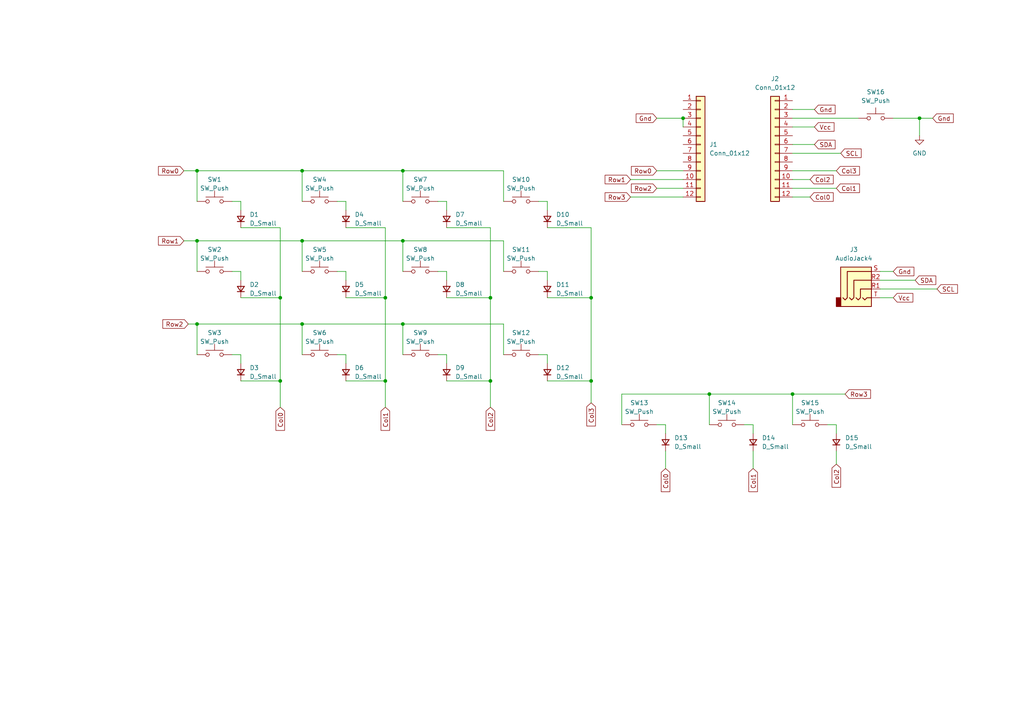
<source format=kicad_sch>
(kicad_sch (version 20211123) (generator eeschema)
  (paper "A4")
  (lib_symbols
    (symbol "Connector:AudioJack4"
      (property "Reference" "J" (at 0 8.89 0))
      (property "Value" "AudioJack4" (at 0 6.35 0))
      (symbol "AudioJack4_0_1"
        (rectangle (start -6.35 -5.08) (end -7.62 -7.62) (stroke (width 0.254)) (fill (type outline)))
        (polyline (pts (xy 0 -5.08) (xy 0.635 -5.715) (xy 1.27 -5.08) (xy 2.54 -5.08)) (stroke (width 0.254)))
        (polyline (pts (xy -5.715 -5.08) (xy -5.08 -5.715) (xy -4.445 -5.08) (xy -4.445 2.54) (xy 2.54 2.54)) (stroke (width 0.254)))
        (polyline (pts (xy -1.905 -5.08) (xy -1.27 -5.715) (xy -0.635 -5.08) (xy -0.635 -2.54) (xy 2.54 -2.54)) (stroke (width 0.254)))
        (polyline (pts (xy 2.54 0) (xy -2.54 0) (xy -2.54 -5.08) (xy -3.175 -5.715) (xy -3.81 -5.08)) (stroke (width 0.254)))
        (rectangle (start 2.54 3.81) (end -6.35 -7.62) (stroke (width 0.254)) (fill (type background)))
      )
      (symbol "AudioJack4_1_1"
        (pin passive line (at 5.08 -2.54 180) (length 2.54) (name "~") (number "R1"))
        (pin passive line (at 5.08 0 180) (length 2.54) (name "~") (number "R2"))
        (pin passive line (at 5.08 2.54 180) (length 2.54) (name "~") (number "S"))
        (pin passive line (at 5.08 -5.08 180) (length 2.54) (name "~") (number "T"))
      )
    )
    (symbol "Connector_Generic:Conn_01x12" (pin_names (offset 1.016) hide)
      (property "Reference" "J" (at 0 15.24 0))
      (property "Value" "Conn_01x12" (at 0 -17.78 0))
      (symbol "Conn_01x12_1_1"
        (rectangle (start -1.27 -15.113) (end 0 -15.367) (stroke (width 0.1524)))
        (rectangle (start -1.27 -12.573) (end 0 -12.827) (stroke (width 0.1524)))
        (rectangle (start -1.27 -10.033) (end 0 -10.287) (stroke (width 0.1524)))
        (rectangle (start -1.27 -7.493) (end 0 -7.747) (stroke (width 0.1524)))
        (rectangle (start -1.27 -4.953) (end 0 -5.207) (stroke (width 0.1524)))
        (rectangle (start -1.27 -2.413) (end 0 -2.667) (stroke (width 0.1524)))
        (rectangle (start -1.27 0.127) (end 0 -0.127) (stroke (width 0.1524)))
        (rectangle (start -1.27 2.667) (end 0 2.413) (stroke (width 0.1524)))
        (rectangle (start -1.27 5.207) (end 0 4.953) (stroke (width 0.1524)))
        (rectangle (start -1.27 7.747) (end 0 7.493) (stroke (width 0.1524)))
        (rectangle (start -1.27 10.287) (end 0 10.033) (stroke (width 0.1524)))
        (rectangle (start -1.27 12.827) (end 0 12.573) (stroke (width 0.1524)))
        (rectangle (start -1.27 13.97) (end 1.27 -16.51) (stroke (width 0.254)) (fill (type background)))
        (pin passive line (at -5.08 12.7 0) (length 3.81) (name "Pin_1") (number "1"))
        (pin passive line (at -5.08 -10.16 0) (length 3.81) (name "Pin_10") (number "10"))
        (pin passive line (at -5.08 -12.7 0) (length 3.81) (name "Pin_11") (number "11"))
        (pin passive line (at -5.08 -15.24 0) (length 3.81) (name "Pin_12") (number "12"))
        (pin passive line (at -5.08 10.16 0) (length 3.81) (name "Pin_2") (number "2"))
        (pin passive line (at -5.08 7.62 0) (length 3.81) (name "Pin_3") (number "3"))
        (pin passive line (at -5.08 5.08 0) (length 3.81) (name "Pin_4") (number "4"))
        (pin passive line (at -5.08 2.54 0) (length 3.81) (name "Pin_5") (number "5"))
        (pin passive line (at -5.08 0 0) (length 3.81) (name "Pin_6") (number "6"))
        (pin passive line (at -5.08 -2.54 0) (length 3.81) (name "Pin_7") (number "7"))
        (pin passive line (at -5.08 -5.08 0) (length 3.81) (name "Pin_8") (number "8"))
        (pin passive line (at -5.08 -7.62 0) (length 3.81) (name "Pin_9") (number "9"))
      )
    )
    (symbol "Device:D_Small" (pin_numbers hide) (pin_names (offset 0.254) hide)
      (property "Reference" "D" (at -1.27 2.032 0))
      (property "Value" "D_Small" (at -3.81 -2.032 0))
      (symbol "D_Small_0_1"
        (polyline (pts (xy -0.762 -1.016) (xy -0.762 1.016)) (stroke (width 0.254)))
        (polyline (pts (xy -0.762 0) (xy 0.762 0)))
        (polyline (pts (xy 0.762 -1.016) (xy -0.762 0) (xy 0.762 1.016) (xy 0.762 -1.016)) (stroke (width 0.254)))
      )
      (symbol "D_Small_1_1"
        (pin passive line (at -2.54 0 0) (length 1.778) (name "K") (number "1"))
        (pin passive line (at 2.54 0 180) (length 1.778) (name "A") (number "2"))
      )
    )
    (symbol "Switch:SW_Push" (pin_numbers hide) (pin_names (offset 1.016) hide)
      (property "Reference" "SW" (at 1.27 2.54 0))
      (property "Value" "SW_Push" (at 0 -1.524 0))
      (symbol "SW_Push_0_1"
        (circle (center -2.032 0) (radius 0.508))
        (polyline (pts (xy 0 1.27) (xy 0 3.048)))
        (polyline (pts (xy 2.54 1.27) (xy -2.54 1.27)))
        (circle (center 2.032 0) (radius 0.508))
        (pin passive line (at -5.08 0 0) (length 2.54) (name "1") (number "1"))
        (pin passive line (at 5.08 0 180) (length 2.54) (name "2") (number "2"))
      )
    )
    (symbol "power:GND" (power) (pin_names (offset 0))
      (property "Value" "GND" (at 0 -3.81 0))
      (symbol "GND_0_1"
        (polyline (pts (xy 0 0) (xy 0 -1.27) (xy 1.27 -1.27) (xy 0 -2.54) (xy -1.27 -1.27) (xy 0 -1.27)))
      )
      (symbol "GND_1_1"
        (pin power_in line (at 0 0 270) (length 0) hide (name "GND") (number "1"))
      )
    )
  )
  (junction (at 229.87 114.3))
  (junction (at 81.28 110.49))
  (junction (at 171.45 110.49))
  (junction (at 116.84 93.98))
  (junction (at 266.7 34.29))
  (junction (at 111.76 110.49))
  (junction (at 142.24 110.49))
  (junction (at 87.63 49.53))
  (junction (at 171.45 86.36))
  (junction (at 205.74 114.3))
  (junction (at 57.15 69.85))
  (junction (at 81.28 86.36))
  (junction (at 116.84 49.53))
  (junction (at 57.15 93.98))
  (junction (at 111.76 86.36))
  (junction (at 142.24 86.36))
  (junction (at 87.63 69.85))
  (junction (at 116.84 69.85))
  (junction (at 57.15 49.53))
  (junction (at 87.63 93.98))
  (junction (at 198.12 34.29))
  (wire (pts (xy 229.87 54.61) (xy 242.57 54.61)))
  (wire (pts (xy 69.85 66.04) (xy 81.28 66.04)))
  (wire (pts (xy 69.85 86.36) (xy 81.28 86.36)))
  (wire (pts (xy 255.27 86.36) (xy 259.08 86.36)))
  (wire (pts (xy 129.54 110.49) (xy 142.24 110.49)))
  (wire (pts (xy 127 58.42) (xy 129.54 58.42)))
  (wire (pts (xy 87.63 93.98) (xy 87.63 102.87)))
  (wire (pts (xy 146.05 69.85) (xy 116.84 69.85)))
  (wire (pts (xy 100.33 66.04) (xy 111.76 66.04)))
  (wire (pts (xy 266.7 34.29) (xy 266.7 39.37)))
  (wire (pts (xy 81.28 66.04) (xy 81.28 86.36)))
  (wire (pts (xy 127 78.74) (xy 129.54 78.74)))
  (wire (pts (xy 158.75 110.49) (xy 171.45 110.49)))
  (wire (pts (xy 255.27 83.82) (xy 271.78 83.82)))
  (wire (pts (xy 190.5 54.61) (xy 198.12 54.61)))
  (wire (pts (xy 116.84 102.87) (xy 116.84 93.98)))
  (wire (pts (xy 116.84 78.74) (xy 116.84 69.85)))
  (wire (pts (xy 146.05 93.98) (xy 116.84 93.98)))
  (wire (pts (xy 54.61 93.98) (xy 57.15 93.98)))
  (wire (pts (xy 129.54 66.04) (xy 142.24 66.04)))
  (wire (pts (xy 198.12 34.29) (xy 198.12 36.83)))
  (wire (pts (xy 218.44 123.19) (xy 218.44 125.73)))
  (wire (pts (xy 67.31 78.74) (xy 69.85 78.74)))
  (wire (pts (xy 97.79 58.42) (xy 100.33 58.42)))
  (wire (pts (xy 193.04 123.19) (xy 193.04 125.73)))
  (wire (pts (xy 158.75 102.87) (xy 158.75 105.41)))
  (wire (pts (xy 97.79 102.87) (xy 100.33 102.87)))
  (wire (pts (xy 229.87 114.3) (xy 229.87 123.19)))
  (wire (pts (xy 81.28 86.36) (xy 81.28 110.49)))
  (wire (pts (xy 229.87 114.3) (xy 245.11 114.3)))
  (wire (pts (xy 111.76 66.04) (xy 111.76 86.36)))
  (wire (pts (xy 57.15 93.98) (xy 87.63 93.98)))
  (wire (pts (xy 69.85 78.74) (xy 69.85 81.28)))
  (wire (pts (xy 69.85 110.49) (xy 81.28 110.49)))
  (wire (pts (xy 97.79 78.74) (xy 100.33 78.74)))
  (wire (pts (xy 100.33 78.74) (xy 100.33 81.28)))
  (wire (pts (xy 146.05 49.53) (xy 116.84 49.53)))
  (wire (pts (xy 67.31 58.42) (xy 69.85 58.42)))
  (wire (pts (xy 111.76 110.49) (xy 111.76 118.11)))
  (wire (pts (xy 255.27 78.74) (xy 259.08 78.74)))
  (wire (pts (xy 129.54 86.36) (xy 142.24 86.36)))
  (wire (pts (xy 156.21 58.42) (xy 158.75 58.42)))
  (wire (pts (xy 146.05 78.74) (xy 146.05 69.85)))
  (wire (pts (xy 57.15 102.87) (xy 57.15 93.98)))
  (wire (pts (xy 193.04 130.81) (xy 193.04 135.89)))
  (wire (pts (xy 127 102.87) (xy 129.54 102.87)))
  (wire (pts (xy 158.75 58.42) (xy 158.75 60.96)))
  (wire (pts (xy 229.87 44.45) (xy 243.84 44.45)))
  (wire (pts (xy 240.03 123.19) (xy 242.57 123.19)))
  (wire (pts (xy 215.9 123.19) (xy 218.44 123.19)))
  (wire (pts (xy 142.24 110.49) (xy 142.24 118.11)))
  (wire (pts (xy 142.24 66.04) (xy 142.24 86.36)))
  (wire (pts (xy 57.15 58.42) (xy 57.15 49.53)))
  (wire (pts (xy 180.34 123.19) (xy 180.34 114.3)))
  (wire (pts (xy 255.27 81.28) (xy 265.43 81.28)))
  (wire (pts (xy 229.87 36.83) (xy 236.22 36.83)))
  (wire (pts (xy 100.33 58.42) (xy 100.33 60.96)))
  (wire (pts (xy 53.34 49.53) (xy 57.15 49.53)))
  (wire (pts (xy 116.84 69.85) (xy 87.63 69.85)))
  (wire (pts (xy 180.34 114.3) (xy 205.74 114.3)))
  (wire (pts (xy 242.57 130.81) (xy 242.57 134.62)))
  (wire (pts (xy 129.54 102.87) (xy 129.54 105.41)))
  (wire (pts (xy 69.85 58.42) (xy 69.85 60.96)))
  (wire (pts (xy 111.76 86.36) (xy 111.76 110.49)))
  (wire (pts (xy 229.87 49.53) (xy 242.57 49.53)))
  (wire (pts (xy 190.5 34.29) (xy 198.12 34.29)))
  (wire (pts (xy 156.21 102.87) (xy 158.75 102.87)))
  (wire (pts (xy 67.31 102.87) (xy 69.85 102.87)))
  (wire (pts (xy 116.84 58.42) (xy 116.84 49.53)))
  (wire (pts (xy 190.5 123.19) (xy 193.04 123.19)))
  (wire (pts (xy 156.21 78.74) (xy 158.75 78.74)))
  (wire (pts (xy 266.7 34.29) (xy 270.51 34.29)))
  (wire (pts (xy 57.15 49.53) (xy 87.63 49.53)))
  (wire (pts (xy 229.87 34.29) (xy 248.92 34.29)))
  (wire (pts (xy 116.84 49.53) (xy 87.63 49.53)))
  (wire (pts (xy 229.87 31.75) (xy 236.22 31.75)))
  (wire (pts (xy 158.75 86.36) (xy 171.45 86.36)))
  (wire (pts (xy 100.33 86.36) (xy 111.76 86.36)))
  (wire (pts (xy 116.84 93.98) (xy 87.63 93.98)))
  (wire (pts (xy 218.44 130.81) (xy 218.44 135.89)))
  (wire (pts (xy 171.45 86.36) (xy 171.45 110.49)))
  (wire (pts (xy 229.87 52.07) (xy 234.95 52.07)))
  (wire (pts (xy 229.87 57.15) (xy 234.95 57.15)))
  (wire (pts (xy 53.34 69.85) (xy 57.15 69.85)))
  (wire (pts (xy 100.33 102.87) (xy 100.33 105.41)))
  (wire (pts (xy 100.33 110.49) (xy 111.76 110.49)))
  (wire (pts (xy 158.75 66.04) (xy 171.45 66.04)))
  (wire (pts (xy 171.45 66.04) (xy 171.45 86.36)))
  (wire (pts (xy 87.63 49.53) (xy 87.63 58.42)))
  (wire (pts (xy 259.08 34.29) (xy 266.7 34.29)))
  (wire (pts (xy 57.15 78.74) (xy 57.15 69.85)))
  (wire (pts (xy 182.88 52.07) (xy 198.12 52.07)))
  (wire (pts (xy 87.63 69.85) (xy 87.63 78.74)))
  (wire (pts (xy 229.87 114.3) (xy 205.74 114.3)))
  (wire (pts (xy 158.75 78.74) (xy 158.75 81.28)))
  (wire (pts (xy 69.85 102.87) (xy 69.85 105.41)))
  (wire (pts (xy 81.28 110.49) (xy 81.28 118.11)))
  (wire (pts (xy 171.45 110.49) (xy 171.45 116.84)))
  (wire (pts (xy 129.54 58.42) (xy 129.54 60.96)))
  (wire (pts (xy 190.5 49.53) (xy 198.12 49.53)))
  (wire (pts (xy 129.54 78.74) (xy 129.54 81.28)))
  (wire (pts (xy 229.87 41.91) (xy 236.22 41.91)))
  (wire (pts (xy 205.74 114.3) (xy 205.74 123.19)))
  (wire (pts (xy 146.05 58.42) (xy 146.05 49.53)))
  (wire (pts (xy 242.57 123.19) (xy 242.57 125.73)))
  (wire (pts (xy 182.88 57.15) (xy 198.12 57.15)))
  (wire (pts (xy 146.05 102.87) (xy 146.05 93.98)))
  (wire (pts (xy 57.15 69.85) (xy 87.63 69.85)))
  (wire (pts (xy 142.24 86.36) (xy 142.24 110.49)))
  (global_label "Col1" (shape input) (at 111.76 118.11 270) (property "Intersheet References" "${INTERSHEET_REFS}" (effects hide)))
  (global_label "Col3" (shape input) (at 242.57 49.53 0) (property "Intersheet References" "${INTERSHEET_REFS}" (effects hide)))
  (global_label "Col1" (shape input) (at 242.57 54.61 0) (property "Intersheet References" "${INTERSHEET_REFS}" (effects hide)))
  (global_label "Gnd" (shape input) (at 236.22 31.75 0) (property "Intersheet References" "${INTERSHEET_REFS}" (effects hide)))
  (global_label "SDA" (shape input) (at 236.22 41.91 0) (property "Intersheet References" "${INTERSHEET_REFS}" (effects hide)))
  (global_label "Row0" (shape input) (at 190.5 49.53 180) (property "Intersheet References" "${INTERSHEET_REFS}" (effects hide)))
  (global_label "SDA" (shape input) (at 265.43 81.28 0) (property "Intersheet References" "${INTERSHEET_REFS}" (effects hide)))
  (global_label "Col2" (shape input) (at 142.24 118.11 270) (property "Intersheet References" "${INTERSHEET_REFS}" (effects hide)))
  (global_label "Col1" (shape input) (at 218.44 135.89 270) (property "Intersheet References" "${INTERSHEET_REFS}" (effects hide)))
  (global_label "Gnd" (shape input) (at 190.5 34.29 180) (property "Intersheet References" "${INTERSHEET_REFS}" (effects hide)))
  (global_label "Vcc" (shape input) (at 236.22 36.83 0) (property "Intersheet References" "${INTERSHEET_REFS}" (effects hide)))
  (global_label "Col2" (shape input) (at 234.95 52.07 0) (property "Intersheet References" "${INTERSHEET_REFS}" (effects hide)))
  (global_label "Col0" (shape input) (at 81.28 118.11 270) (property "Intersheet References" "${INTERSHEET_REFS}" (effects hide)))
  (global_label "Row1" (shape input) (at 53.34 69.85 180) (property "Intersheet References" "${INTERSHEET_REFS}" (effects hide)))
  (global_label "Vcc" (shape input) (at 259.08 86.36 0) (property "Intersheet References" "${INTERSHEET_REFS}" (effects hide)))
  (global_label "Row2" (shape input) (at 54.61 93.98 180) (property "Intersheet References" "${INTERSHEET_REFS}" (effects hide)))
  (global_label "Col0" (shape input) (at 234.95 57.15 0) (property "Intersheet References" "${INTERSHEET_REFS}" (effects hide)))
  (global_label "Row0" (shape input) (at 53.34 49.53 180) (property "Intersheet References" "${INTERSHEET_REFS}" (effects hide)))
  (global_label "Gnd" (shape input) (at 270.51 34.29 0) (property "Intersheet References" "${INTERSHEET_REFS}" (effects hide)))
  (global_label "Row1" (shape input) (at 182.88 52.07 180) (property "Intersheet References" "${INTERSHEET_REFS}" (effects hide)))
  (global_label "SCL" (shape input) (at 271.78 83.82 0) (property "Intersheet References" "${INTERSHEET_REFS}" (effects hide)))
  (global_label "Col3" (shape input) (at 171.45 116.84 270) (property "Intersheet References" "${INTERSHEET_REFS}" (effects hide)))
  (global_label "Col0" (shape input) (at 193.04 135.89 270) (property "Intersheet References" "${INTERSHEET_REFS}" (effects hide)))
  (global_label "Gnd" (shape input) (at 259.08 78.74 0) (property "Intersheet References" "${INTERSHEET_REFS}" (effects hide)))
  (global_label "SCL" (shape input) (at 243.84 44.45 0) (property "Intersheet References" "${INTERSHEET_REFS}" (effects hide)))
  (global_label "Row2" (shape input) (at 190.5 54.61 180) (property "Intersheet References" "${INTERSHEET_REFS}" (effects hide)))
  (global_label "Row3" (shape input) (at 245.11 114.3 0) (property "Intersheet References" "${INTERSHEET_REFS}" (effects hide)))
  (global_label "Col2" (shape input) (at 242.57 134.62 270) (property "Intersheet References" "${INTERSHEET_REFS}" (effects hide)))
  (global_label "Row3" (shape input) (at 182.88 57.15 180) (property "Intersheet References" "${INTERSHEET_REFS}" (effects hide)))
  (symbol (lib_id "Switch:SW_Push") (at 121.92 78.74 0) (unit 1)
    (property "Reference" "SW8" (at 121.92 72.39 0))
    (property "Value" "SW_Push" (at 121.92 74.93 0))
    (property "Footprint" "Button Switch Keyboard:SW_Cherry_MX_1.00u_PCB" (effects hide))
  )
  (symbol (lib_id "Switch:SW_Push") (at 210.82 123.19 0) (unit 1)
    (property "Reference" "SW14" (at 210.82 116.84 0))
    (property "Value" "SW_Push" (at 210.82 119.38 0))
    (property "Footprint" "Button Switch Keyboard:SW_Cherry_MX_1.00u_PCB" (effects hide))
  )
  (symbol (lib_id "Switch:SW_Push") (at 185.42 123.19 0) (unit 1)
    (property "Reference" "SW13" (at 185.42 116.84 0))
    (property "Value" "SW_Push" (at 185.42 119.38 0))
    (property "Footprint" "Button Switch Keyboard:SW_Cherry_MX_1.00u_PCB" (effects hide))
  )
  (symbol (lib_id "Switch:SW_Push") (at 92.71 102.87 0) (unit 1)
    (property "Reference" "SW6" (at 92.71 96.52 0))
    (property "Value" "SW_Push" (at 92.71 99.06 0))
    (property "Footprint" "Button Switch Keyboard:SW_Cherry_MX_1.00u_PCB" (effects hide))
  )
  (symbol (lib_id "Switch:SW_Push") (at 151.13 58.42 0) (unit 1)
    (property "Reference" "SW10" (at 151.13 52.07 0))
    (property "Value" "SW_Push" (at 151.13 54.61 0))
    (property "Footprint" "Button Switch Keyboard:SW_Cherry_MX_1.00u_PCB" (effects hide))
  )
  (symbol (lib_id "Device:D_Small") (at 69.85 107.95 90) (unit 1)
    (property "Reference" "D3" (at 72.39 106.6799 90) (effects (justify right)))
    (property "Value" "D_Small" (at 72.39 109.2199 90) (effects (justify right)))
    (property "Footprint" "Diode_SMD:D_0603_1608Metric" (effects hide))
  )
  (symbol (lib_id "Device:D_Small") (at 100.33 83.82 90) (unit 1)
    (property "Reference" "D5" (at 102.87 82.5499 90) (effects (justify right)))
    (property "Value" "D_Small" (at 102.87 85.0899 90) (effects (justify right)))
    (property "Footprint" "Diode_SMD:D_0603_1608Metric" (effects hide))
  )
  (symbol (lib_id "Switch:SW_Push") (at 234.95 123.19 0) (unit 1)
    (property "Reference" "SW15" (at 234.95 116.84 0))
    (property "Value" "SW_Push" (at 234.95 119.38 0))
    (property "Footprint" "Button Switch Keyboard:SW_Cherry_MX_1.00u_PCB" (effects hide))
  )
  (symbol (lib_id "Device:D_Small") (at 158.75 107.95 90) (unit 1)
    (property "Reference" "D12" (at 161.29 106.6799 90) (effects (justify right)))
    (property "Value" "D_Small" (at 161.29 109.2199 90) (effects (justify right)))
    (property "Footprint" "Diode_SMD:D_0603_1608Metric" (effects hide))
  )
  (symbol (lib_id "Connector_Generic:Conn_01x12") (at 224.79 41.91 0) (mirror y) (unit 1)
    (property "Reference" "J2" (at 224.79 22.86 0))
    (property "Value" "Conn_01x12" (at 224.79 25.4 0))
    (property "Footprint" "Connector_PinSocket_2.54mm:PinSocket_1x12_P2.54mm_Vertical" (effects hide))
  )
  (symbol (lib_id "Device:D_Small") (at 129.54 63.5 90) (unit 1)
    (property "Reference" "D7" (at 132.08 62.2299 90) (effects (justify right)))
    (property "Value" "D_Small" (at 132.08 64.7699 90) (effects (justify right)))
    (property "Footprint" "Diode_SMD:D_0603_1608Metric" (effects hide))
  )
  (symbol (lib_id "Switch:SW_Push") (at 62.23 78.74 0) (unit 1)
    (property "Reference" "SW2" (at 62.23 72.39 0))
    (property "Value" "SW_Push" (at 62.23 74.93 0))
    (property "Footprint" "Button Switch Keyboard:SW_Cherry_MX_1.00u_PCB" (effects hide))
  )
  (symbol (lib_id "Switch:SW_Push") (at 62.23 58.42 0) (unit 1)
    (property "Reference" "SW1" (at 62.23 52.07 0))
    (property "Value" "SW_Push" (at 62.23 54.61 0))
    (property "Footprint" "Button Switch Keyboard:SW_Cherry_MX_1.00u_PCB" (effects hide))
  )
  (symbol (lib_id "Device:D_Small") (at 100.33 63.5 90) (unit 1)
    (property "Reference" "D4" (at 102.87 62.2299 90) (effects (justify right)))
    (property "Value" "D_Small" (at 102.87 64.7699 90) (effects (justify right)))
    (property "Footprint" "Diode_SMD:D_0603_1608Metric" (effects hide))
  )
  (symbol (lib_id "Switch:SW_Push") (at 121.92 102.87 0) (unit 1)
    (property "Reference" "SW9" (at 121.92 96.52 0))
    (property "Value" "SW_Push" (at 121.92 99.06 0))
    (property "Footprint" "Button Switch Keyboard:SW_Cherry_MX_1.00u_PCB" (effects hide))
  )
  (symbol (lib_id "Device:D_Small") (at 69.85 83.82 90) (unit 1)
    (property "Reference" "D2" (at 72.39 82.5499 90) (effects (justify right)))
    (property "Value" "D_Small" (at 72.39 85.0899 90) (effects (justify right)))
    (property "Footprint" "Diode_SMD:D_0603_1608Metric" (effects hide))
  )
  (symbol (lib_id "Device:D_Small") (at 69.85 63.5 90) (unit 1)
    (property "Reference" "D1" (at 72.39 62.2299 90) (effects (justify right)))
    (property "Value" "D_Small" (at 72.39 64.7699 90) (effects (justify right)))
    (property "Footprint" "Diode_SMD:D_0603_1608Metric" (effects hide))
  )
  (symbol (lib_id "power:GND") (at 266.7 39.37 0) (unit 1)
    (property "Reference" "#PWR0101" (effects hide))
    (property "Value" "GND" (at 266.7 44.45 0))
  )
  (symbol (lib_id "Device:D_Small") (at 242.57 128.27 90) (unit 1)
    (property "Reference" "D15" (at 245.11 126.9999 90) (effects (justify right)))
    (property "Value" "D_Small" (at 245.11 129.5399 90) (effects (justify right)))
    (property "Footprint" "Diode_SMD:D_0603_1608Metric" (effects hide))
  )
  (symbol (lib_id "Device:D_Small") (at 158.75 83.82 90) (unit 1)
    (property "Reference" "D11" (at 161.29 82.5499 90) (effects (justify right)))
    (property "Value" "D_Small" (at 161.29 85.0899 90) (effects (justify right)))
    (property "Footprint" "Diode_SMD:D_0603_1608Metric" (effects hide))
  )
  (symbol (lib_id "Switch:SW_Push") (at 151.13 102.87 0) (unit 1)
    (property "Reference" "SW12" (at 151.13 96.52 0))
    (property "Value" "SW_Push" (at 151.13 99.06 0))
    (property "Footprint" "Button Switch Keyboard:SW_Cherry_MX_1.00u_PCB" (effects hide))
  )
  (symbol (lib_id "Switch:SW_Push") (at 62.23 102.87 0) (unit 1)
    (property "Reference" "SW3" (at 62.23 96.52 0))
    (property "Value" "SW_Push" (at 62.23 99.06 0))
    (property "Footprint" "Button Switch Keyboard:SW_Cherry_MX_1.00u_PCB" (effects hide))
  )
  (symbol (lib_id "Switch:SW_Push") (at 254 34.29 0) (unit 1)
    (property "Reference" "SW16" (at 254 26.67 0))
    (property "Value" "SW_Push" (at 254 29.21 0))
    (property "Footprint" "Button_Switch_THT:SW_PUSH_6mm_H4.3mm" (effects hide))
  )
  (symbol (lib_id "Device:D_Small") (at 129.54 83.82 90) (unit 1)
    (property "Reference" "D8" (at 132.08 82.5499 90) (effects (justify right)))
    (property "Value" "D_Small" (at 132.08 85.0899 90) (effects (justify right)))
    (property "Footprint" "Diode_SMD:D_0603_1608Metric" (effects hide))
  )
  (symbol (lib_id "Device:D_Small") (at 158.75 63.5 90) (unit 1)
    (property "Reference" "D10" (at 161.29 62.2299 90) (effects (justify right)))
    (property "Value" "D_Small" (at 161.29 64.7699 90) (effects (justify right)))
    (property "Footprint" "Diode_SMD:D_0603_1608Metric" (effects hide))
  )
  (symbol (lib_id "Switch:SW_Push") (at 92.71 58.42 0) (unit 1)
    (property "Reference" "SW4" (at 92.71 52.07 0))
    (property "Value" "SW_Push" (at 92.71 54.61 0))
    (property "Footprint" "Button Switch Keyboard:SW_Cherry_MX_1.00u_PCB" (effects hide))
  )
  (symbol (lib_id "Device:D_Small") (at 129.54 107.95 90) (unit 1)
    (property "Reference" "D9" (at 132.08 106.6799 90) (effects (justify right)))
    (property "Value" "D_Small" (at 132.08 109.2199 90) (effects (justify right)))
    (property "Footprint" "Diode_SMD:D_0603_1608Metric" (effects hide))
  )
  (symbol (lib_id "Device:D_Small") (at 218.44 128.27 90) (unit 1)
    (property "Reference" "D14" (at 220.98 126.9999 90) (effects (justify right)))
    (property "Value" "D_Small" (at 220.98 129.5399 90) (effects (justify right)))
    (property "Footprint" "Diode_SMD:D_0603_1608Metric" (effects hide))
  )
  (symbol (lib_id "Device:D_Small") (at 193.04 128.27 90) (unit 1)
    (property "Reference" "D13" (at 195.58 126.9999 90) (effects (justify right)))
    (property "Value" "D_Small" (at 195.58 129.5399 90) (effects (justify right)))
    (property "Footprint" "Diode_SMD:D_0603_1608Metric" (effects hide))
  )
  (symbol (lib_id "Switch:SW_Push") (at 121.92 58.42 0) (unit 1)
    (property "Reference" "SW7" (at 121.92 52.07 0))
    (property "Value" "SW_Push" (at 121.92 54.61 0))
    (property "Footprint" "Button Switch Keyboard:SW_Cherry_MX_1.00u_PCB" (effects hide))
  )
  (symbol (lib_id "Switch:SW_Push") (at 92.71 78.74 0) (unit 1)
    (property "Reference" "SW5" (at 92.71 72.39 0))
    (property "Value" "SW_Push" (at 92.71 74.93 0))
    (property "Footprint" "Button Switch Keyboard:SW_Cherry_MX_1.00u_PCB" (effects hide))
  )
  (symbol (lib_id "Connector:AudioJack4") (at 250.19 81.28 0) (unit 1)
    (property "Reference" "J3" (at 247.65 72.39 0))
    (property "Value" "AudioJack4" (at 247.65 74.93 0))
    (property "Footprint" "Connector_Audio:Jack_3.5mm_PJ320E_Horizontal" (effects hide))
  )
  (symbol (lib_id "Device:D_Small") (at 100.33 107.95 90) (unit 1)
    (property "Reference" "D6" (at 102.87 106.6799 90) (effects (justify right)))
    (property "Value" "D_Small" (at 102.87 109.2199 90) (effects (justify right)))
    (property "Footprint" "Diode_SMD:D_0603_1608Metric" (effects hide))
  )
  (symbol (lib_id "Switch:SW_Push") (at 151.13 78.74 0) (unit 1)
    (property "Reference" "SW11" (at 151.13 72.39 0))
    (property "Value" "SW_Push" (at 151.13 74.93 0))
    (property "Footprint" "Button Switch Keyboard:SW_Cherry_MX_1.00u_PCB" (effects hide))
  )
  (symbol (lib_id "Connector_Generic:Conn_01x12") (at 203.2 41.91 0) (unit 1)
    (property "Reference" "J1" (at 205.74 41.9099 0) (effects (justify left)))
    (property "Value" "Conn_01x12" (at 205.74 44.4499 0) (effects (justify left)))
    (property "Footprint" "Connector_PinSocket_2.54mm:PinSocket_1x12_P2.54mm_Vertical" (effects hide))
  )
)
</source>
